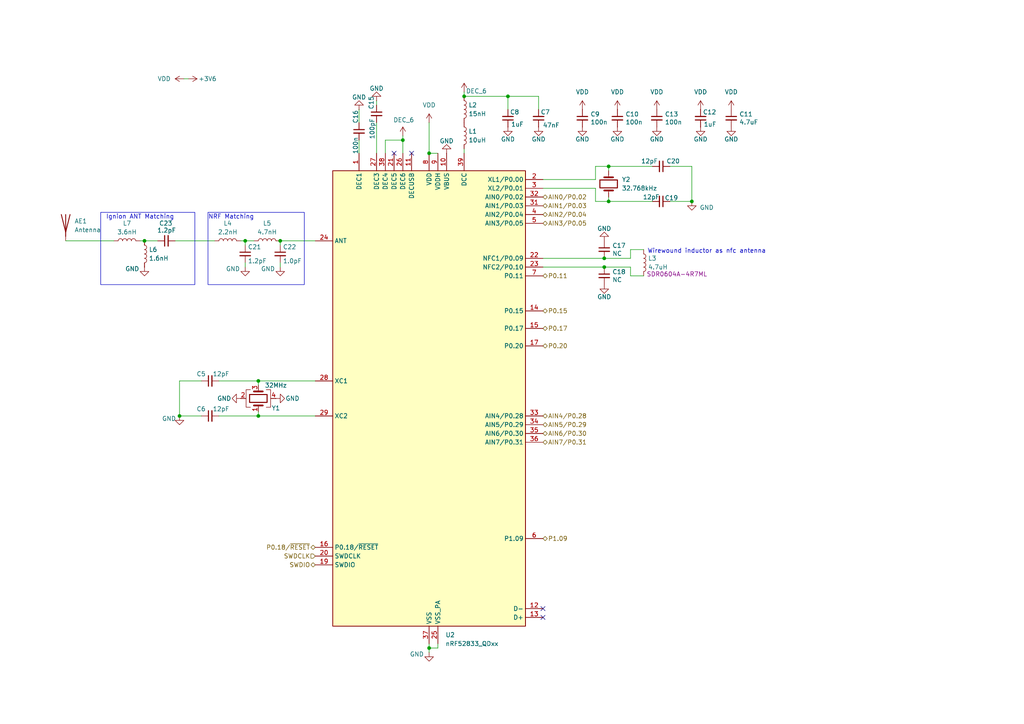
<source format=kicad_sch>
(kicad_sch (version 20231120) (generator "eeschema") (generator_version "8.0")
  (paper "A4")
  (lib_symbols
    (symbol "Device:Antenna" (pin_numbers hide) (pin_names (offset 1.016) hide)
      (property "Reference" "AE" (at -1.905 1.905 0))
      (property "Value" "Antenna" (at -1.905 0 0))
      (symbol "Antenna_0_1"
        (polyline (pts (xy 0 2.54) (xy 0 -3.81)) (stroke (width 0.254)))
        (polyline (pts (xy 1.27 2.54) (xy 0 -2.54) (xy -1.27 2.54)) (stroke (width 0.254)))
      )
      (symbol "Antenna_1_1"
        (pin input line (at 0 -5.08 90) (length 2.54) (name "A") (number "1"))
      )
    )
    (symbol "Device:C_Small" (pin_numbers hide) (pin_names (offset 0.254) hide)
      (property "Reference" "C" (at 0.254 1.778 0))
      (property "Value" "C_Small" (at 0.254 -2.032 0))
      (symbol "C_Small_0_1"
        (polyline (pts (xy -1.524 -0.508) (xy 1.524 -0.508)) (stroke (width 0.3302)))
        (polyline (pts (xy -1.524 0.508) (xy 1.524 0.508)) (stroke (width 0.3048)))
      )
      (symbol "C_Small_1_1"
        (pin passive line (at 0 2.54 270) (length 2.032) (name "~") (number "1"))
        (pin passive line (at 0 -2.54 90) (length 2.032) (name "~") (number "2"))
      )
    )
    (symbol "Device:Crystal" (pin_numbers hide) (pin_names (offset 1.016) hide)
      (property "Reference" "Y" (at 0 3.81 0))
      (property "Value" "Crystal" (at 0 -3.81 0))
      (symbol "Crystal_0_1"
        (rectangle (start -1.143 2.54) (end 1.143 -2.54) (stroke (width 0.3048)))
        (polyline (pts (xy -2.54 0) (xy -1.905 0)))
        (polyline (pts (xy -1.905 -1.27) (xy -1.905 1.27)) (stroke (width 0.508)))
        (polyline (pts (xy 1.905 -1.27) (xy 1.905 1.27)) (stroke (width 0.508)))
        (polyline (pts (xy 2.54 0) (xy 1.905 0)))
      )
      (symbol "Crystal_1_1"
        (pin passive line (at -3.81 0 0) (length 1.27) (name "1") (number "1"))
        (pin passive line (at 3.81 0 180) (length 1.27) (name "2") (number "2"))
      )
    )
    (symbol "Device:Crystal_GND24" (pin_names (offset 1.016) hide)
      (property "Reference" "Y" (at 3.175 5.08 0))
      (property "Value" "Crystal_GND24" (at 3.175 3.175 0))
      (symbol "Crystal_GND24_0_1"
        (rectangle (start -1.143 2.54) (end 1.143 -2.54) (stroke (width 0.3048)))
        (polyline (pts (xy -2.54 0) (xy -2.032 0)))
        (polyline (pts (xy -2.032 -1.27) (xy -2.032 1.27)) (stroke (width 0.508)))
        (polyline (pts (xy 0 -3.81) (xy 0 -3.556)))
        (polyline (pts (xy 0 3.556) (xy 0 3.81)))
        (polyline (pts (xy 2.032 -1.27) (xy 2.032 1.27)) (stroke (width 0.508)))
        (polyline (pts (xy 2.032 0) (xy 2.54 0)))
        (polyline (pts (xy -2.54 -2.286) (xy -2.54 -3.556) (xy 2.54 -3.556) (xy 2.54 -2.286)))
        (polyline (pts (xy -2.54 2.286) (xy -2.54 3.556) (xy 2.54 3.556) (xy 2.54 2.286)))
      )
      (symbol "Crystal_GND24_1_1"
        (pin passive line (at -3.81 0 0) (length 1.27) (name "1") (number "1"))
        (pin passive line (at 0 5.08 270) (length 1.27) (name "2") (number "2"))
        (pin passive line (at 3.81 0 180) (length 1.27) (name "3") (number "3"))
        (pin passive line (at 0 -5.08 90) (length 1.27) (name "4") (number "4"))
      )
    )
    (symbol "Device:L" (pin_numbers hide) (pin_names (offset 1.016) hide)
      (property "Reference" "L" (at -1.27 0 90))
      (property "Value" "L" (at 1.905 0 90))
      (symbol "L_0_1"
        (arc (start 0 -2.54) (mid 0.6323 -1.905) (end 0 -1.27))
        (arc (start 0 -1.27) (mid 0.6323 -0.635) (end 0 0))
        (arc (start 0 0) (mid 0.6323 0.635) (end 0 1.27))
        (arc (start 0 1.27) (mid 0.6323 1.905) (end 0 2.54))
      )
      (symbol "L_1_1"
        (pin passive line (at 0 3.81 270) (length 1.27) (name "1") (number "1"))
        (pin passive line (at 0 -3.81 90) (length 1.27) (name "2") (number "2"))
      )
    )
    (symbol "MCU_Nordic:nRF52833_QDxx"
      (property "Reference" "U" (at 0 5.08 0))
      (property "Value" "nRF52833_QDxx" (at 0 2.54 0))
      (symbol "nRF52833_QDxx_0_1"
        (rectangle (start -27.94 66.04) (end 27.94 -66.04) (stroke (width 0.254)) (fill (type background)))
      )
      (symbol "nRF52833_QDxx_1_1"
        (pin passive line (at -20.32 71.12 270) (length 5.08) (name "DEC1") (number "1"))
        (pin power_in line (at 5.08 71.12 270) (length 5.08) (name "VBUS") (number "10"))
        (pin passive line (at -5.08 71.12 270) (length 5.08) (name "DECUSB") (number "11"))
        (pin bidirectional line (at 33.02 -60.96 180) (length 5.08) (name "D-") (number "12"))
        (pin bidirectional line (at 33.02 -63.5 180) (length 5.08) (name "D+") (number "13"))
        (pin bidirectional line (at 33.02 25.4 180) (length 5.08) (name "P0.15") (number "14"))
        (pin bidirectional line (at 33.02 20.32 180) (length 5.08) (name "P0.17") (number "15"))
        (pin bidirectional line (at -33.02 -43.18 0) (length 5.08) (name "P0.18/~{RESET}") (number "16"))
        (pin bidirectional line (at 33.02 15.24 180) (length 5.08) (name "P0.20") (number "17"))
        (pin passive line (at 0 71.12 270) (length 5.08) hide (name "VDD") (number "18"))
        (pin bidirectional line (at -33.02 -48.26 0) (length 5.08) (name "SWDIO") (number "19"))
        (pin bidirectional line (at 33.02 63.5 180) (length 5.08) (name "XL1/P0.00") (number "2"))
        (pin input line (at -33.02 -45.72 0) (length 5.08) (name "SWDCLK") (number "20"))
        (pin passive line (at -10.16 71.12 270) (length 5.08) (name "DEC5") (number "21"))
        (pin bidirectional line (at 33.02 40.64 180) (length 5.08) (name "NFC1/P0.09") (number "22"))
        (pin bidirectional line (at 33.02 38.1 180) (length 5.08) (name "NFC2/P0.10") (number "23"))
        (pin passive line (at -33.02 45.72 0) (length 5.08) (name "ANT") (number "24"))
        (pin power_in line (at 2.54 -71.12 90) (length 5.08) (name "VSS_PA") (number "25"))
        (pin passive line (at -7.62 71.12 270) (length 5.08) (name "DEC6") (number "26"))
        (pin passive line (at -15.24 71.12 270) (length 5.08) (name "DEC3") (number "27"))
        (pin input line (at -33.02 5.08 0) (length 5.08) (name "XC1") (number "28"))
        (pin input line (at -33.02 -5.08 0) (length 5.08) (name "XC2") (number "29"))
        (pin bidirectional line (at 33.02 60.96 180) (length 5.08) (name "XL2/P0.01") (number "3"))
        (pin passive line (at 0 71.12 270) (length 5.08) hide (name "VDD") (number "30"))
        (pin bidirectional line (at 33.02 55.88 180) (length 5.08) (name "AIN1/P0.03") (number "31"))
        (pin bidirectional line (at 33.02 58.42 180) (length 5.08) (name "AIN0/P0.02") (number "32"))
        (pin bidirectional line (at 33.02 -5.08 180) (length 5.08) (name "AIN4/P0.28") (number "33"))
        (pin bidirectional line (at 33.02 -7.62 180) (length 5.08) (name "AIN5/P0.29") (number "34"))
        (pin bidirectional line (at 33.02 -10.16 180) (length 5.08) (name "AIN6/P0.30") (number "35"))
        (pin bidirectional line (at 33.02 -12.7 180) (length 5.08) (name "AIN7/P0.31") (number "36"))
        (pin power_in line (at 0 -71.12 90) (length 5.08) (name "VSS") (number "37"))
        (pin passive line (at -12.7 71.12 270) (length 5.08) (name "DEC4") (number "38"))
        (pin power_out line (at 10.16 71.12 270) (length 5.08) (name "DCC") (number "39"))
        (pin bidirectional line (at 33.02 53.34 180) (length 5.08) (name "AIN2/P0.04") (number "4"))
        (pin passive line (at 0 71.12 270) (length 5.08) hide (name "VDD") (number "40"))
        (pin passive line (at 0 -71.12 90) (length 5.08) hide (name "VSS") (number "41"))
        (pin bidirectional line (at 33.02 50.8 180) (length 5.08) (name "AIN3/P0.05") (number "5"))
        (pin bidirectional line (at 33.02 -40.64 180) (length 5.08) (name "P1.09") (number "6"))
        (pin bidirectional line (at 33.02 35.56 180) (length 5.08) (name "P0.11") (number "7"))
        (pin power_in line (at 0 71.12 270) (length 5.08) (name "VDD") (number "8"))
        (pin power_in line (at 2.54 71.12 270) (length 5.08) (name "VDDH") (number "9"))
      )
    )
    (symbol "power:+3V0" (power) (pin_names (offset 0))
      (property "Value" "+3V0" (at 0 3.556 0))
      (symbol "+3V0_0_1"
        (polyline (pts (xy -0.762 1.27) (xy 0 2.54)))
        (polyline (pts (xy 0 0) (xy 0 2.54)))
        (polyline (pts (xy 0 2.54) (xy 0.762 1.27)))
      )
      (symbol "+3V0_1_1"
        (pin power_in line (at 0 0 90) (length 0) hide (name "+3V0") (number "1"))
      )
    )
    (symbol "power:GND" (power) (pin_numbers hide) (pin_names (offset 0) hide)
      (property "Value" "GND" (at 0 -3.81 0))
      (symbol "GND_0_1"
        (polyline (pts (xy 0 0) (xy 0 -1.27) (xy 1.27 -1.27) (xy 0 -2.54) (xy -1.27 -1.27) (xy 0 -1.27)))
      )
      (symbol "GND_1_1"
        (pin power_in line (at 0 0 270) (length 0) (name "~") (number "1"))
      )
    )
    (symbol "power:VDD" (power) (pin_numbers hide) (pin_names (offset 0) hide)
      (property "Value" "VDD" (at 0 3.556 0))
      (symbol "VDD_0_1"
        (polyline (pts (xy -0.762 1.27) (xy 0 2.54)))
        (polyline (pts (xy 0 0) (xy 0 2.54)))
        (polyline (pts (xy 0 2.54) (xy 0.762 1.27)))
      )
      (symbol "VDD_1_1"
        (pin power_in line (at 0 0 90) (length 0) (name "~") (number "1"))
      )
    )
  )
  (junction (at 74.93 120.65))
  (junction (at 175.26 74.93))
  (junction (at 71.12 69.85))
  (junction (at 176.53 58.42))
  (junction (at 52.07 120.65))
  (junction (at 41.91 69.85))
  (junction (at 147.32 27.94))
  (junction (at 175.26 77.47))
  (junction (at 200.66 58.42))
  (junction (at 124.46 44.45))
  (junction (at 81.28 69.85))
  (junction (at 176.53 48.26))
  (junction (at 74.93 110.49))
  (junction (at 134.62 27.94))
  (junction (at 124.46 187.96))
  (junction (at 116.84 40.64))
  (no_connect (at 114.3 44.45))
  (no_connect (at 119.38 44.45))
  (no_connect (at 157.48 179.07))
  (no_connect (at 157.48 176.53))
  (wire (pts (xy 116.84 40.64) (xy 116.84 44.45)))
  (wire (pts (xy 157.48 54.61) (xy 172.72 54.61)))
  (wire (pts (xy 175.26 77.47) (xy 182.88 77.47)))
  (wire (pts (xy 156.21 27.94) (xy 156.21 31.75)))
  (wire (pts (xy 71.12 77.47) (xy 71.12 76.2)))
  (wire (pts (xy 176.53 48.26) (xy 189.23 48.26)))
  (wire (pts (xy 124.46 187.96) (xy 124.46 186.69)))
  (wire (pts (xy 176.53 49.53) (xy 176.53 48.26)))
  (wire (pts (xy 134.62 26.67) (xy 134.62 27.94)))
  (wire (pts (xy 54.61 22.86) (xy 53.34 22.86)))
  (wire (pts (xy 50.8 69.85) (xy 62.23 69.85)))
  (wire (pts (xy 124.46 35.56) (xy 124.46 44.45)))
  (wire (pts (xy 71.12 69.85) (xy 71.12 71.12)))
  (wire (pts (xy 116.84 39.37) (xy 116.84 40.64)))
  (wire (pts (xy 45.72 69.85) (xy 41.91 69.85)))
  (wire (pts (xy 52.07 120.65) (xy 58.42 120.65)))
  (wire (pts (xy 19.05 69.85) (xy 33.02 69.85)))
  (wire (pts (xy 74.93 110.49) (xy 74.93 111.76)))
  (wire (pts (xy 147.32 27.94) (xy 156.21 27.94)))
  (wire (pts (xy 109.22 35.56) (xy 109.22 44.45)))
  (wire (pts (xy 157.48 77.47) (xy 175.26 77.47)))
  (wire (pts (xy 81.28 69.85) (xy 91.44 69.85)))
  (wire (pts (xy 74.93 120.65) (xy 91.44 120.65)))
  (wire (pts (xy 111.76 40.64) (xy 116.84 40.64)))
  (wire (pts (xy 40.64 69.85) (xy 41.91 69.85)))
  (wire (pts (xy 175.26 74.93) (xy 182.88 74.93)))
  (wire (pts (xy 63.5 110.49) (xy 74.93 110.49)))
  (wire (pts (xy 157.48 74.93) (xy 175.26 74.93)))
  (wire (pts (xy 127 186.69) (xy 127 187.96)))
  (wire (pts (xy 134.62 43.18) (xy 134.62 44.45)))
  (wire (pts (xy 172.72 52.07) (xy 172.72 48.26)))
  (wire (pts (xy 172.72 48.26) (xy 176.53 48.26)))
  (wire (pts (xy 176.53 58.42) (xy 189.23 58.42)))
  (wire (pts (xy 63.5 120.65) (xy 74.93 120.65)))
  (wire (pts (xy 172.72 58.42) (xy 176.53 58.42)))
  (wire (pts (xy 124.46 44.45) (xy 127 44.45)))
  (wire (pts (xy 134.62 27.94) (xy 147.32 27.94)))
  (wire (pts (xy 104.14 31.75) (xy 104.14 35.56)))
  (wire (pts (xy 124.46 187.96) (xy 127 187.96)))
  (wire (pts (xy 182.88 74.93) (xy 182.88 72.39)))
  (wire (pts (xy 147.32 27.94) (xy 147.32 31.75)))
  (wire (pts (xy 91.44 110.49) (xy 74.93 110.49)))
  (wire (pts (xy 200.66 58.42) (xy 200.66 48.26)))
  (wire (pts (xy 69.85 69.85) (xy 71.12 69.85)))
  (wire (pts (xy 104.14 40.64) (xy 104.14 44.45)))
  (wire (pts (xy 182.88 72.39) (xy 186.69 72.39)))
  (wire (pts (xy 109.22 29.21) (xy 109.22 30.48)))
  (wire (pts (xy 58.42 110.49) (xy 52.07 110.49)))
  (wire (pts (xy 74.93 119.38) (xy 74.93 120.65)))
  (wire (pts (xy 71.12 69.85) (xy 73.66 69.85)))
  (wire (pts (xy 52.07 110.49) (xy 52.07 120.65)))
  (wire (pts (xy 111.76 40.64) (xy 111.76 44.45)))
  (wire (pts (xy 81.28 71.12) (xy 81.28 69.85)))
  (wire (pts (xy 194.31 58.42) (xy 200.66 58.42)))
  (wire (pts (xy 157.48 52.07) (xy 172.72 52.07)))
  (wire (pts (xy 176.53 58.42) (xy 176.53 57.15)))
  (wire (pts (xy 81.28 77.47) (xy 81.28 76.2)))
  (wire (pts (xy 182.88 80.01) (xy 186.69 80.01)))
  (wire (pts (xy 124.46 189.23) (xy 124.46 187.96)))
  (wire (pts (xy 172.72 54.61) (xy 172.72 58.42)))
  (wire (pts (xy 182.88 77.47) (xy 182.88 80.01)))
  (wire (pts (xy 200.66 48.26) (xy 194.31 48.26)))
  (rectangle (start 29.21 61.595) (end 56.515 82.55))
  (rectangle (start 60.325 61.595) (end 88.265 82.55))
  (text "Wirewound inductor as nfc antenna" (at 204.978 72.898 0) (effects (font (size 1.27 1.27))))
  (text "NRF Matching" (at 67.056 62.992 0) (effects (font (size 1.27 1.27))))
  (text "Ignion ANT Matching" (at 40.64 62.992 0) (effects (font (size 1.27 1.27))))
  (hierarchical_label "P0.11" (shape bidirectional) (at 157.48 80.01 0))
  (hierarchical_label "P0.20" (shape bidirectional) (at 157.48 100.33 0))
  (hierarchical_label "AIN1/P0.03" (shape bidirectional) (at 157.48 59.69 0))
  (hierarchical_label "AIN3/P0.05" (shape bidirectional) (at 157.48 64.77 0))
  (hierarchical_label "AIN0{slash}P0.02" (shape bidirectional) (at 157.48 57.15 0))
  (hierarchical_label "AIN2/P0.04" (shape bidirectional) (at 157.48 62.23 0))
  (hierarchical_label "AIN5/P0.29" (shape bidirectional) (at 157.48 123.19 0))
  (hierarchical_label "P0.15" (shape bidirectional) (at 157.48 90.17 0))
  (hierarchical_label "P0.17" (shape bidirectional) (at 157.48 95.25 0))
  (hierarchical_label "P0.18/~{RESET}" (shape bidirectional) (at 91.44 158.75 180))
  (hierarchical_label "SWDIO" (shape bidirectional) (at 91.44 163.83 180))
  (hierarchical_label "SWDCLK" (shape input) (at 91.44 161.29 180))
  (hierarchical_label "AIN7/P0.31" (shape bidirectional) (at 157.48 128.27 0))
  (hierarchical_label "AIN6/P0.30" (shape bidirectional) (at 157.48 125.73 0))
  (hierarchical_label "AIN4/P0.28" (shape bidirectional) (at 157.48 120.65 0))
  (hierarchical_label "P1.09" (shape bidirectional) (at 157.48 156.21 0))
  (symbol (lib_id "power:VDD") (at 53.34 22.86 90) (unit 1)
    (property "Reference" "#PWR046" (effects (hide yes)))
    (property "Value" "VDD" (at 49.53 22.8599 90) (effects (justify left)))
    (property "Description" "Power symbol creates a global label with name \"VDD\"" (effects (hide yes)))
  )
  (symbol (lib_id "Device:C_Small") (at 175.26 72.39 0) (unit 1)
    (property "Reference" "C17" (at 177.5968 71.2216 0) (effects (justify left)))
    (property "Value" "NC" (at 177.5968 73.533 0) (effects (justify left)))
    (property "Footprint" "Capacitor_SMD:C_0402_1005Metric" (effects (hide yes)))
    (property "LCSC" "C1525" (effects (hide yes)))
  )
  (symbol (lib_id "Device:C_Small") (at 156.21 34.29 180) (unit 1)
    (property "Reference" "C7" (at 159.512 32.512 0) (effects (justify left)))
    (property "Value" "47nF" (at 162.306 36.322 0) (effects (justify left)))
    (property "Footprint" "Capacitor_SMD:C_0402_1005Metric" (effects (hide yes)))
  )
  (symbol (lib_id "power:GND") (at 71.12 77.47 0) (unit 1)
    (property "Reference" "#PWR043" (effects (hide yes)))
    (property "Value" "GND" (at 67.564 77.978 0))
    (property "Description" "Power symbol creates a global label with name \"GND\" , ground" (effects (hide yes)))
  )
  (symbol (lib_id "power:GND") (at 175.26 69.85 180) (unit 1)
    (property "Reference" "#PWR039" (effects (hide yes)))
    (property "Value" "GND" (at 175.26 66.294 0))
    (property "Description" "Power symbol creates a global label with name \"GND\" , ground" (effects (hide yes)))
  )
  (symbol (lib_id "Device:C_Small") (at 203.2 34.29 180) (unit 1)
    (property "Reference" "C12" (at 207.772 32.512 0) (effects (justify left)))
    (property "Value" "1uF" (at 207.772 36.068 0) (effects (justify left)))
    (property "Footprint" "Capacitor_SMD:C_0402_1005Metric" (effects (hide yes)))
  )
  (symbol (lib_id "power:VDD") (at 134.62 26.67 0) (unit 1)
    (property "Reference" "#PWR022" (effects (hide yes)))
    (property "Value" "DEC_6" (at 138.176 26.416 0))
    (property "Description" "Power symbol creates a global label with name \"VDD\"" (effects (hide yes)))
  )
  (symbol (lib_id "power:GND") (at 200.66 58.42 0) (unit 1)
    (property "Reference" "#PWR042" (effects (hide yes)))
    (property "Value" "GND" (at 204.978 60.198 0))
    (property "Description" "Power symbol creates a global label with name \"GND\" , ground" (effects (hide yes)))
  )
  (symbol (lib_id "power:GND") (at 147.32 36.83 0) (unit 1)
    (property "Reference" "#PWR025" (effects (hide yes)))
    (property "Value" "GND" (at 147.32 40.386 0))
    (property "Description" "Power symbol creates a global label with name \"GND\" , ground" (effects (hide yes)))
  )
  (symbol (lib_id "Device:C_Small") (at 81.28 73.66 0) (unit 1)
    (property "Reference" "C22" (at 82.042 71.628 0) (effects (justify left)))
    (property "Value" "1.0pF" (at 82.042 75.692 0) (effects (justify left)))
    (property "Footprint" "Capacitor_SMD:C_0402_1005Metric" (effects (hide yes)))
    (property "LCSC" "C1525" (effects (hide yes)))
    (property "MPN" "GJM1555C1H1R0WB01D" (effects (hide yes)))
  )
  (symbol (lib_id "Device:Antenna") (at 19.05 64.77 0) (unit 1)
    (property "Reference" "AE1" (at 21.59 64.1349 0) (effects (justify left)))
    (property "Value" "Antenna" (at 21.59 66.6749 0) (effects (justify left)))
    (property "Description" "Antenna" (effects (hide yes)))
  )
  (symbol (lib_id "power:GND") (at 81.28 77.47 0) (unit 1)
    (property "Reference" "#PWR044" (effects (hide yes)))
    (property "Value" "GND" (at 77.724 77.978 0))
    (property "Description" "Power symbol creates a global label with name \"GND\" , ground" (effects (hide yes)))
  )
  (symbol (lib_id "power:GND") (at 69.85 115.57 270) (unit 1)
    (property "Reference" "#PWR051" (effects (hide yes)))
    (property "Value" "GND" (at 65.024 115.57 90))
    (property "Description" "Power symbol creates a global label with name \"GND\" , ground" (effects (hide yes)))
  )
  (symbol (lib_id "power:GND") (at 129.54 44.45 180) (unit 1)
    (property "Reference" "#PWR023" (effects (hide yes)))
    (property "Value" "GND" (at 129.54 40.894 0))
    (property "Description" "Power symbol creates a global label with name \"GND\" , ground" (effects (hide yes)))
  )
  (symbol (lib_id "Device:C_Small") (at 104.14 38.1 0) (unit 1)
    (property "Reference" "C16" (at 103.124 35.814 90) (effects (justify left)))
    (property "Value" "100n" (at 103.124 44.704 90) (effects (justify left)))
    (property "Footprint" "Capacitor_SMD:C_0402_1005Metric" (effects (hide yes)))
    (property "LCSC" "C1525" (effects (hide yes)))
  )
  (symbol (lib_id "power:GND") (at 212.09 36.83 0) (unit 1)
    (property "Reference" "#PWR032" (effects (hide yes)))
    (property "Value" "GND" (at 212.09 40.386 0))
    (property "Description" "Power symbol creates a global label with name \"GND\" , ground" (effects (hide yes)))
  )
  (symbol (lib_id "Device:C_Small") (at 191.77 58.42 270) (unit 1)
    (property "Reference" "C19" (at 192.786 57.404 90) (effects (justify left)))
    (property "Value" "12pF" (at 186.436 57.15 90) (effects (justify left)))
    (property "Footprint" "Capacitor_SMD:C_0402_1005Metric" (effects (hide yes)))
  )
  (symbol (lib_id "MCU_Nordic:nRF52833_QDxx") (at 124.46 115.57 0) (unit 1)
    (property "Reference" "U2" (at 129.1941 184.15 0) (effects (justify left)))
    (property "Value" "nRF52833_QDxx" (at 129.1941 186.69 0) (effects (justify left)))
    (property "Footprint" "Package_DFN_QFN:QFN-40-1EP_5x5mm_P0.4mm_EP3.6x3.6mm" (effects (hide yes)))
    (property "Datasheet" "https://infocenter.nordicsemi.com/pdf/nRF52833_PS_v1.5.pdf" (effects (hide yes)))
    (property "Description" "Multiprotocol BLE/ANT/2.4 GHz/802.15.4 Cortex-M4F SoC, QFN-40" (effects (hide yes)))
  )
  (symbol (lib_id "Device:L") (at 134.62 31.75 0) (unit 1)
    (property "Reference" "L2" (at 135.89 30.4799 0) (effects (justify left)))
    (property "Value" "15nH" (at 135.89 33.0199 0) (effects (justify left)))
    (property "Footprint" "Inductor_SMD:L_0402_1005Metric" (effects (hide yes)))
    (property "Description" "Inductor" (effects (hide yes)))
  )
  (symbol (lib_id "power:GND") (at 80.01 115.57 90) (unit 1)
    (property "Reference" "#PWR050" (effects (hide yes)))
    (property "Value" "GND" (at 84.836 115.57 90))
    (property "Description" "Power symbol creates a global label with name \"GND\" , ground" (effects (hide yes)))
  )
  (symbol (lib_id "Device:C_Small") (at 71.12 73.66 0) (unit 1)
    (property "Reference" "C21" (at 71.882 71.628 0) (effects (justify left)))
    (property "Value" "1.2pF" (at 71.882 75.692 0) (effects (justify left)))
    (property "Footprint" "Capacitor_SMD:C_0402_1005Metric" (effects (hide yes)))
    (property "LCSC" "C1525" (effects (hide yes)))
    (property "MPN" "GJM1555C1H1R2WB01D" (effects (hide yes)))
  )
  (symbol (lib_id "power:GND") (at 203.2 36.83 0) (unit 1)
    (property "Reference" "#PWR033" (effects (hide yes)))
    (property "Value" "GND" (at 203.2 40.386 0))
    (property "Description" "Power symbol creates a global label with name \"GND\" , ground" (effects (hide yes)))
  )
  (symbol (lib_id "power:GND") (at 175.26 82.55 0) (unit 1)
    (property "Reference" "#PWR041" (effects (hide yes)))
    (property "Value" "GND" (at 175.26 86.106 0))
    (property "Description" "Power symbol creates a global label with name \"GND\" , ground" (effects (hide yes)))
  )
  (symbol (lib_id "Device:C_Small") (at 212.09 34.29 0) (unit 1)
    (property "Reference" "C11" (at 214.4268 33.1216 0) (effects (justify left)))
    (property "Value" "4.7uF" (at 214.4268 35.433 0) (effects (justify left)))
    (property "Footprint" "Capacitor_SMD:C_0603_1608Metric" (effects (hide yes)))
    (property "LCSC" "C1525" (effects (hide yes)))
  )
  (symbol (lib_id "power:VDD") (at 168.91 31.75 0) (unit 1)
    (property "Reference" "#PWR027" (effects (hide yes)))
    (property "Value" "VDD" (at 168.91 26.67 0))
    (property "Description" "Power symbol creates a global label with name \"VDD\"" (effects (hide yes)))
  )
  (symbol (lib_id "power:GND") (at 168.91 36.83 0) (unit 1)
    (property "Reference" "#PWR028" (effects (hide yes)))
    (property "Value" "GND" (at 168.91 40.386 0))
    (property "Description" "Power symbol creates a global label with name \"GND\" , ground" (effects (hide yes)))
  )
  (symbol (lib_id "power:GND") (at 52.07 120.65 0) (unit 1)
    (property "Reference" "#PWR020" (effects (hide yes)))
    (property "Value" "GND" (at 49.022 121.412 0))
    (property "Description" "Power symbol creates a global label with name \"GND\" , ground" (effects (hide yes)))
  )
  (symbol (lib_id "Device:C_Small") (at 60.96 120.65 90) (unit 1)
    (property "Reference" "C6" (at 59.69 118.618 90) (effects (justify left)))
    (property "Value" "12pF" (at 66.548 118.618 90) (effects (justify left)))
    (property "Footprint" "Capacitor_SMD:C_0402_1005Metric" (effects (hide yes)))
  )
  (symbol (lib_id "power:GND") (at 190.5 36.83 0) (unit 1)
    (property "Reference" "#PWR036" (effects (hide yes)))
    (property "Value" "GND" (at 190.5 40.386 0))
    (property "Description" "Power symbol creates a global label with name \"GND\" , ground" (effects (hide yes)))
  )
  (symbol (lib_id "Device:C_Small") (at 179.07 34.29 0) (unit 1)
    (property "Reference" "C10" (at 181.4068 33.1216 0) (effects (justify left)))
    (property "Value" "100n" (at 181.4068 35.433 0) (effects (justify left)))
    (property "Footprint" "Capacitor_SMD:C_0402_1005Metric" (effects (hide yes)))
    (property "LCSC" "C1525" (effects (hide yes)))
  )
  (symbol (lib_id "power:VDD") (at 203.2 31.75 0) (unit 1)
    (property "Reference" "#PWR034" (effects (hide yes)))
    (property "Value" "VDD" (at 203.2 26.67 0))
    (property "Description" "Power symbol creates a global label with name \"VDD\"" (effects (hide yes)))
  )
  (symbol (lib_id "power:GND") (at 109.22 29.21 180) (unit 1)
    (property "Reference" "#PWR037" (effects (hide yes)))
    (property "Value" "GND" (at 109.22 25.654 0))
    (property "Description" "Power symbol creates a global label with name \"GND\" , ground" (effects (hide yes)))
  )
  (symbol (lib_id "Device:C_Small") (at 168.91 34.29 0) (unit 1)
    (property "Reference" "C9" (at 171.2468 33.1216 0) (effects (justify left)))
    (property "Value" "100n" (at 171.2468 35.433 0) (effects (justify left)))
    (property "Footprint" "Capacitor_SMD:C_0402_1005Metric" (effects (hide yes)))
    (property "LCSC" "C1525" (effects (hide yes)))
  )
  (symbol (lib_id "Device:C_Small") (at 48.26 69.85 90) (unit 1)
    (property "Reference" "C23" (at 50.038 64.77 90) (effects (justify left)))
    (property "Value" "1.2pF" (at 51.054 66.802 90) (effects (justify left)))
    (property "Footprint" "Capacitor_SMD:C_0402_1005Metric" (effects (hide yes)))
    (property "MPN" "GJM1555C1H1R2WB01D" (effects (hide yes)))
  )
  (symbol (lib_id "power:GND") (at 124.46 189.23 0) (unit 1)
    (property "Reference" "#PWR040" (effects (hide yes)))
    (property "Value" "GND" (at 120.904 189.738 0))
    (property "Description" "Power symbol creates a global label with name \"GND\" , ground" (effects (hide yes)))
  )
  (symbol (lib_id "Device:Crystal") (at 176.53 53.34 270) (unit 1)
    (property "Reference" "Y2" (at 180.34 52.0699 90) (effects (justify left)))
    (property "Value" "32.768kHz" (at 180.34 54.6099 90) (effects (justify left)))
    (property "Footprint" "Crystal:Crystal_SMD_2012-2Pin_2.0x1.2mm" (effects (hide yes)))
    (property "Description" "Two pin crystal" (effects (hide yes)))
    (property "MPN" "CM8V-T1A-32.768KHZ-9PF-20PPM-TA-QC" (effects (hide yes)))
  )
  (symbol (lib_id "Device:Crystal_GND24") (at 74.93 115.57 90) (unit 1)
    (property "Reference" "Y1" (at 80.01 118.364 90))
    (property "Value" "32MHz" (at 80.01 111.76 90))
    (property "Footprint" "Crystal:Crystal_SMD_2016-4Pin_2.0x1.6mm" (effects (hide yes)))
    (property "Description" "Four pin crystal, GND on pins 2 and 4" (effects (hide yes)))
    (property "MPN" "XRCGB32M000F2P01R0" (effects (hide yes)))
  )
  (symbol (lib_id "power:VDD") (at 190.5 31.75 0) (unit 1)
    (property "Reference" "#PWR035" (effects (hide yes)))
    (property "Value" "VDD" (at 190.5 26.67 0))
    (property "Description" "Power symbol creates a global label with name \"VDD\"" (effects (hide yes)))
  )
  (symbol (lib_id "Device:L") (at 186.69 76.2 0) (unit 1)
    (property "Reference" "L3" (at 187.96 74.9299 0) (effects (justify left)))
    (property "Value" "4.7uH" (at 187.96 77.4699 0) (effects (justify left)))
    (property "Footprint" "inductor:L_Bourns_SDSS604A" (effects (hide yes)))
    (property "Description" "Inductor" (effects (hide yes)))
    (property "MPN" "SDR0604A-4R7ML" (at 196.342 79.502 0))
  )
  (symbol (lib_id "Device:L") (at 77.47 69.85 90) (unit 1)
    (property "Reference" "L5" (at 77.47 64.77 90))
    (property "Value" "4.7nH" (at 77.47 67.31 90))
    (property "Footprint" "Inductor_SMD:L_0402_1005Metric" (effects (hide yes)))
    (property "Description" "Inductor" (effects (hide yes)))
    (property "MPN" "LQW15AN4N7C80D" (effects (hide yes)))
  )
  (symbol (lib_id "power:GND") (at 104.14 31.75 180) (unit 1)
    (property "Reference" "#PWR038" (effects (hide yes)))
    (property "Value" "GND" (at 104.14 28.194 0))
    (property "Description" "Power symbol creates a global label with name \"GND\" , ground" (effects (hide yes)))
  )
  (symbol (lib_id "Device:C_Small") (at 191.77 48.26 270) (unit 1)
    (property "Reference" "C20" (at 193.294 46.736 90) (effects (justify left)))
    (property "Value" "12pF" (at 185.928 46.736 90) (effects (justify left)))
    (property "Footprint" "Capacitor_SMD:C_0402_1005Metric" (effects (hide yes)))
  )
  (symbol (lib_id "Device:C_Small") (at 60.96 110.49 90) (unit 1)
    (property "Reference" "C5" (at 59.69 108.458 90) (effects (justify left)))
    (property "Value" "12pF" (at 66.548 108.458 90) (effects (justify left)))
    (property "Footprint" "Capacitor_SMD:C_0402_1005Metric" (effects (hide yes)))
  )
  (symbol (lib_id "Device:C_Small") (at 175.26 80.01 0) (unit 1)
    (property "Reference" "C18" (at 177.5968 78.8416 0) (effects (justify left)))
    (property "Value" "NC" (at 177.5968 81.153 0) (effects (justify left)))
    (property "Footprint" "Capacitor_SMD:C_0402_1005Metric" (effects (hide yes)))
    (property "LCSC" "C1525" (effects (hide yes)))
  )
  (symbol (lib_id "Device:L") (at 66.04 69.85 90) (unit 1)
    (property "Reference" "L4" (at 66.04 64.77 90))
    (property "Value" "2.2nH" (at 66.04 67.31 90))
    (property "Footprint" "Inductor_SMD:L_0402_1005Metric" (effects (hide yes)))
    (property "Description" "Inductor" (effects (hide yes)))
    (property "MPN" "LQW15AN2N2C80D" (effects (hide yes)))
  )
  (symbol (lib_id "power:VDD") (at 179.07 31.75 0) (unit 1)
    (property "Reference" "#PWR029" (effects (hide yes)))
    (property "Value" "VDD" (at 179.07 26.67 0))
    (property "Description" "Power symbol creates a global label with name \"VDD\"" (effects (hide yes)))
  )
  (symbol (lib_id "power:VDD") (at 212.09 31.75 0) (unit 1)
    (property "Reference" "#PWR031" (effects (hide yes)))
    (property "Value" "VDD" (at 212.09 26.67 0))
    (property "Description" "Power symbol creates a global label with name \"VDD\"" (effects (hide yes)))
  )
  (symbol (lib_id "power:+3V0") (at 54.61 22.86 270) (unit 1)
    (property "Reference" "#PWR047" (effects (hide yes)))
    (property "Value" "+3V6" (at 60.198 22.86 90))
  )
  (symbol (lib_id "power:GND") (at 156.21 36.83 0) (unit 1)
    (property "Reference" "#PWR026" (effects (hide yes)))
    (property "Value" "GND" (at 156.21 40.386 0))
    (property "Description" "Power symbol creates a global label with name \"GND\" , ground" (effects (hide yes)))
  )
  (symbol (lib_id "Device:L") (at 134.62 39.37 0) (unit 1)
    (property "Reference" "L1" (at 135.89 38.0999 0) (effects (justify left)))
    (property "Value" "10uH" (at 135.89 40.6399 0) (effects (justify left)))
    (property "Footprint" "Inductor_SMD:L_0603_1608Metric" (effects (hide yes)))
    (property "Description" "Inductor" (effects (hide yes)))
  )
  (symbol (lib_id "Device:C_Small") (at 147.32 34.29 180) (unit 1)
    (property "Reference" "C8" (at 150.622 32.512 0) (effects (justify left)))
    (property "Value" "1uF" (at 151.892 36.068 0) (effects (justify left)))
    (property "Footprint" "Capacitor_SMD:C_0402_1005Metric" (effects (hide yes)))
  )
  (symbol (lib_id "Device:L") (at 41.91 73.66 0) (unit 1)
    (property "Reference" "L6" (at 43.18 72.3899 0) (effects (justify left)))
    (property "Value" "1.6nH" (at 43.18 74.9299 0) (effects (justify left)))
    (property "Footprint" "Inductor_SMD:L_0402_1005Metric" (effects (hide yes)))
    (property "Description" "Inductor" (effects (hide yes)))
    (property "MPN" "LQW15AN1N6C80D" (effects (hide yes)))
  )
  (symbol (lib_id "Device:C_Small") (at 109.22 33.02 0) (unit 1)
    (property "Reference" "C15" (at 107.696 31.75 90) (effects (justify left)))
    (property "Value" "100pF" (at 107.95 40.386 90) (effects (justify left)))
    (property "Footprint" "Capacitor_SMD:C_0402_1005Metric" (effects (hide yes)))
    (property "LCSC" "C1525" (effects (hide yes)))
  )
  (symbol (lib_id "Device:L") (at 36.83 69.85 90) (unit 1)
    (property "Reference" "L7" (at 36.83 64.77 90))
    (property "Value" "3.6nH" (at 36.83 67.31 90))
    (property "Footprint" "Inductor_SMD:L_0402_1005Metric" (effects (hide yes)))
    (property "Description" "Inductor" (effects (hide yes)))
    (property "MPN" "LQW15AN3N6G80D" (effects (hide yes)))
  )
  (symbol (lib_id "Device:C_Small") (at 190.5 34.29 0) (unit 1)
    (property "Reference" "C13" (at 192.8368 33.1216 0) (effects (justify left)))
    (property "Value" "100n" (at 192.8368 35.433 0) (effects (justify left)))
    (property "Footprint" "Capacitor_SMD:C_0402_1005Metric" (effects (hide yes)))
    (property "LCSC" "C1525" (effects (hide yes)))
  )
  (symbol (lib_id "power:GND") (at 41.91 77.47 0) (unit 1)
    (property "Reference" "#PWR045" (effects (hide yes)))
    (property "Value" "GND" (at 38.354 77.978 0))
    (property "Description" "Power symbol creates a global label with name \"GND\" , ground" (effects (hide yes)))
  )
  (symbol (lib_id "power:VDD") (at 124.46 35.56 0) (unit 1)
    (property "Reference" "#PWR021" (effects (hide yes)))
    (property "Value" "VDD" (at 124.46 30.48 0))
    (property "Description" "Power symbol creates a global label with name \"VDD\"" (effects (hide yes)))
  )
  (symbol (lib_id "power:VDD") (at 116.84 39.37 0) (unit 1)
    (property "Reference" "#PWR024" (effects (hide yes)))
    (property "Value" "DEC_6" (at 117.094 34.798 0))
    (property "Description" "Power symbol creates a global label with name \"VDD\"" (effects (hide yes)))
  )
  (symbol (lib_id "power:GND") (at 179.07 36.83 0) (unit 1)
    (property "Reference" "#PWR030" (effects (hide yes)))
    (property "Value" "GND" (at 179.07 40.386 0))
    (property "Description" "Power symbol creates a global label with name \"GND\" , ground" (effects (hide yes)))
  )
)
</source>
